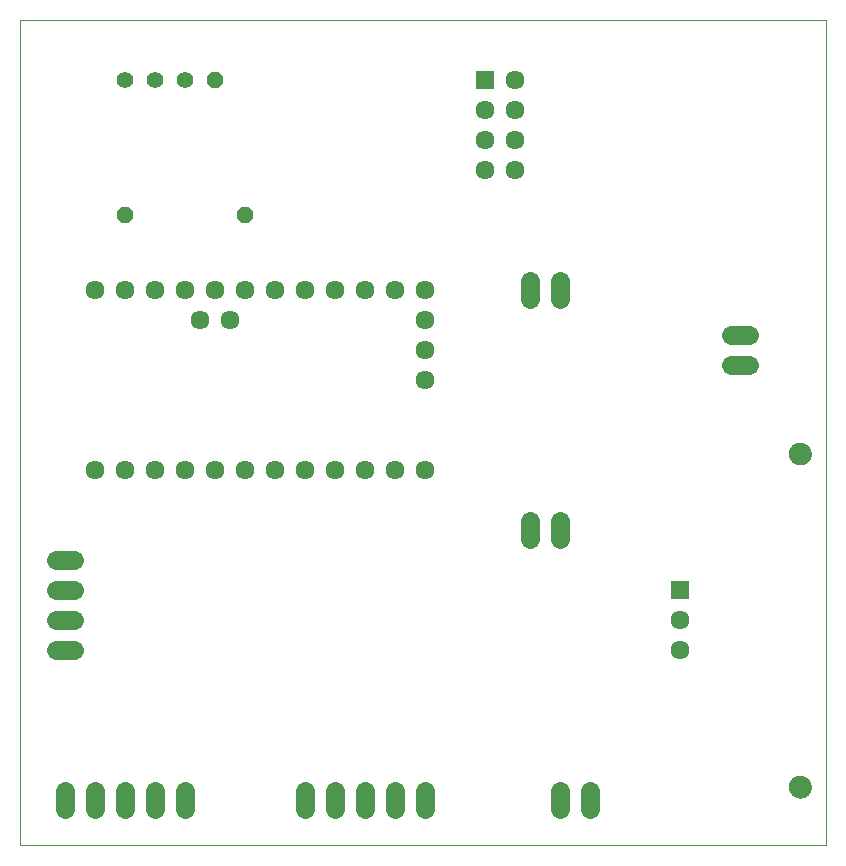
<source format=gts>
G75*
%MOIN*%
%OFA0B0*%
%FSLAX25Y25*%
%IPPOS*%
%LPD*%
%AMOC8*
5,1,8,0,0,1.08239X$1,22.5*
%
%ADD10C,0.00000*%
%ADD11C,0.06400*%
%ADD12R,0.06337X0.06337*%
%ADD13C,0.06337*%
%ADD14OC8,0.05600*%
%ADD15C,0.07487*%
%ADD16OC8,0.05550*%
%ADD17C,0.05550*%
D10*
X0014365Y0001000D02*
X0014365Y0275961D01*
X0283066Y0275961D01*
X0283066Y0001000D01*
X0014365Y0001000D01*
X0270822Y0020488D02*
X0270824Y0020606D01*
X0270830Y0020725D01*
X0270840Y0020843D01*
X0270854Y0020960D01*
X0270871Y0021077D01*
X0270893Y0021194D01*
X0270919Y0021309D01*
X0270948Y0021424D01*
X0270981Y0021538D01*
X0271018Y0021650D01*
X0271059Y0021761D01*
X0271103Y0021871D01*
X0271151Y0021979D01*
X0271203Y0022086D01*
X0271258Y0022191D01*
X0271317Y0022294D01*
X0271379Y0022394D01*
X0271444Y0022493D01*
X0271513Y0022590D01*
X0271584Y0022684D01*
X0271659Y0022775D01*
X0271737Y0022865D01*
X0271818Y0022951D01*
X0271902Y0023035D01*
X0271988Y0023116D01*
X0272078Y0023194D01*
X0272169Y0023269D01*
X0272263Y0023340D01*
X0272360Y0023409D01*
X0272459Y0023474D01*
X0272559Y0023536D01*
X0272662Y0023595D01*
X0272767Y0023650D01*
X0272874Y0023702D01*
X0272982Y0023750D01*
X0273092Y0023794D01*
X0273203Y0023835D01*
X0273315Y0023872D01*
X0273429Y0023905D01*
X0273544Y0023934D01*
X0273659Y0023960D01*
X0273776Y0023982D01*
X0273893Y0023999D01*
X0274010Y0024013D01*
X0274128Y0024023D01*
X0274247Y0024029D01*
X0274365Y0024031D01*
X0274483Y0024029D01*
X0274602Y0024023D01*
X0274720Y0024013D01*
X0274837Y0023999D01*
X0274954Y0023982D01*
X0275071Y0023960D01*
X0275186Y0023934D01*
X0275301Y0023905D01*
X0275415Y0023872D01*
X0275527Y0023835D01*
X0275638Y0023794D01*
X0275748Y0023750D01*
X0275856Y0023702D01*
X0275963Y0023650D01*
X0276068Y0023595D01*
X0276171Y0023536D01*
X0276271Y0023474D01*
X0276370Y0023409D01*
X0276467Y0023340D01*
X0276561Y0023269D01*
X0276652Y0023194D01*
X0276742Y0023116D01*
X0276828Y0023035D01*
X0276912Y0022951D01*
X0276993Y0022865D01*
X0277071Y0022775D01*
X0277146Y0022684D01*
X0277217Y0022590D01*
X0277286Y0022493D01*
X0277351Y0022394D01*
X0277413Y0022294D01*
X0277472Y0022191D01*
X0277527Y0022086D01*
X0277579Y0021979D01*
X0277627Y0021871D01*
X0277671Y0021761D01*
X0277712Y0021650D01*
X0277749Y0021538D01*
X0277782Y0021424D01*
X0277811Y0021309D01*
X0277837Y0021194D01*
X0277859Y0021077D01*
X0277876Y0020960D01*
X0277890Y0020843D01*
X0277900Y0020725D01*
X0277906Y0020606D01*
X0277908Y0020488D01*
X0277906Y0020370D01*
X0277900Y0020251D01*
X0277890Y0020133D01*
X0277876Y0020016D01*
X0277859Y0019899D01*
X0277837Y0019782D01*
X0277811Y0019667D01*
X0277782Y0019552D01*
X0277749Y0019438D01*
X0277712Y0019326D01*
X0277671Y0019215D01*
X0277627Y0019105D01*
X0277579Y0018997D01*
X0277527Y0018890D01*
X0277472Y0018785D01*
X0277413Y0018682D01*
X0277351Y0018582D01*
X0277286Y0018483D01*
X0277217Y0018386D01*
X0277146Y0018292D01*
X0277071Y0018201D01*
X0276993Y0018111D01*
X0276912Y0018025D01*
X0276828Y0017941D01*
X0276742Y0017860D01*
X0276652Y0017782D01*
X0276561Y0017707D01*
X0276467Y0017636D01*
X0276370Y0017567D01*
X0276271Y0017502D01*
X0276171Y0017440D01*
X0276068Y0017381D01*
X0275963Y0017326D01*
X0275856Y0017274D01*
X0275748Y0017226D01*
X0275638Y0017182D01*
X0275527Y0017141D01*
X0275415Y0017104D01*
X0275301Y0017071D01*
X0275186Y0017042D01*
X0275071Y0017016D01*
X0274954Y0016994D01*
X0274837Y0016977D01*
X0274720Y0016963D01*
X0274602Y0016953D01*
X0274483Y0016947D01*
X0274365Y0016945D01*
X0274247Y0016947D01*
X0274128Y0016953D01*
X0274010Y0016963D01*
X0273893Y0016977D01*
X0273776Y0016994D01*
X0273659Y0017016D01*
X0273544Y0017042D01*
X0273429Y0017071D01*
X0273315Y0017104D01*
X0273203Y0017141D01*
X0273092Y0017182D01*
X0272982Y0017226D01*
X0272874Y0017274D01*
X0272767Y0017326D01*
X0272662Y0017381D01*
X0272559Y0017440D01*
X0272459Y0017502D01*
X0272360Y0017567D01*
X0272263Y0017636D01*
X0272169Y0017707D01*
X0272078Y0017782D01*
X0271988Y0017860D01*
X0271902Y0017941D01*
X0271818Y0018025D01*
X0271737Y0018111D01*
X0271659Y0018201D01*
X0271584Y0018292D01*
X0271513Y0018386D01*
X0271444Y0018483D01*
X0271379Y0018582D01*
X0271317Y0018682D01*
X0271258Y0018785D01*
X0271203Y0018890D01*
X0271151Y0018997D01*
X0271103Y0019105D01*
X0271059Y0019215D01*
X0271018Y0019326D01*
X0270981Y0019438D01*
X0270948Y0019552D01*
X0270919Y0019667D01*
X0270893Y0019782D01*
X0270871Y0019899D01*
X0270854Y0020016D01*
X0270840Y0020133D01*
X0270830Y0020251D01*
X0270824Y0020370D01*
X0270822Y0020488D01*
X0270822Y0131512D02*
X0270824Y0131630D01*
X0270830Y0131749D01*
X0270840Y0131867D01*
X0270854Y0131984D01*
X0270871Y0132101D01*
X0270893Y0132218D01*
X0270919Y0132333D01*
X0270948Y0132448D01*
X0270981Y0132562D01*
X0271018Y0132674D01*
X0271059Y0132785D01*
X0271103Y0132895D01*
X0271151Y0133003D01*
X0271203Y0133110D01*
X0271258Y0133215D01*
X0271317Y0133318D01*
X0271379Y0133418D01*
X0271444Y0133517D01*
X0271513Y0133614D01*
X0271584Y0133708D01*
X0271659Y0133799D01*
X0271737Y0133889D01*
X0271818Y0133975D01*
X0271902Y0134059D01*
X0271988Y0134140D01*
X0272078Y0134218D01*
X0272169Y0134293D01*
X0272263Y0134364D01*
X0272360Y0134433D01*
X0272459Y0134498D01*
X0272559Y0134560D01*
X0272662Y0134619D01*
X0272767Y0134674D01*
X0272874Y0134726D01*
X0272982Y0134774D01*
X0273092Y0134818D01*
X0273203Y0134859D01*
X0273315Y0134896D01*
X0273429Y0134929D01*
X0273544Y0134958D01*
X0273659Y0134984D01*
X0273776Y0135006D01*
X0273893Y0135023D01*
X0274010Y0135037D01*
X0274128Y0135047D01*
X0274247Y0135053D01*
X0274365Y0135055D01*
X0274483Y0135053D01*
X0274602Y0135047D01*
X0274720Y0135037D01*
X0274837Y0135023D01*
X0274954Y0135006D01*
X0275071Y0134984D01*
X0275186Y0134958D01*
X0275301Y0134929D01*
X0275415Y0134896D01*
X0275527Y0134859D01*
X0275638Y0134818D01*
X0275748Y0134774D01*
X0275856Y0134726D01*
X0275963Y0134674D01*
X0276068Y0134619D01*
X0276171Y0134560D01*
X0276271Y0134498D01*
X0276370Y0134433D01*
X0276467Y0134364D01*
X0276561Y0134293D01*
X0276652Y0134218D01*
X0276742Y0134140D01*
X0276828Y0134059D01*
X0276912Y0133975D01*
X0276993Y0133889D01*
X0277071Y0133799D01*
X0277146Y0133708D01*
X0277217Y0133614D01*
X0277286Y0133517D01*
X0277351Y0133418D01*
X0277413Y0133318D01*
X0277472Y0133215D01*
X0277527Y0133110D01*
X0277579Y0133003D01*
X0277627Y0132895D01*
X0277671Y0132785D01*
X0277712Y0132674D01*
X0277749Y0132562D01*
X0277782Y0132448D01*
X0277811Y0132333D01*
X0277837Y0132218D01*
X0277859Y0132101D01*
X0277876Y0131984D01*
X0277890Y0131867D01*
X0277900Y0131749D01*
X0277906Y0131630D01*
X0277908Y0131512D01*
X0277906Y0131394D01*
X0277900Y0131275D01*
X0277890Y0131157D01*
X0277876Y0131040D01*
X0277859Y0130923D01*
X0277837Y0130806D01*
X0277811Y0130691D01*
X0277782Y0130576D01*
X0277749Y0130462D01*
X0277712Y0130350D01*
X0277671Y0130239D01*
X0277627Y0130129D01*
X0277579Y0130021D01*
X0277527Y0129914D01*
X0277472Y0129809D01*
X0277413Y0129706D01*
X0277351Y0129606D01*
X0277286Y0129507D01*
X0277217Y0129410D01*
X0277146Y0129316D01*
X0277071Y0129225D01*
X0276993Y0129135D01*
X0276912Y0129049D01*
X0276828Y0128965D01*
X0276742Y0128884D01*
X0276652Y0128806D01*
X0276561Y0128731D01*
X0276467Y0128660D01*
X0276370Y0128591D01*
X0276271Y0128526D01*
X0276171Y0128464D01*
X0276068Y0128405D01*
X0275963Y0128350D01*
X0275856Y0128298D01*
X0275748Y0128250D01*
X0275638Y0128206D01*
X0275527Y0128165D01*
X0275415Y0128128D01*
X0275301Y0128095D01*
X0275186Y0128066D01*
X0275071Y0128040D01*
X0274954Y0128018D01*
X0274837Y0128001D01*
X0274720Y0127987D01*
X0274602Y0127977D01*
X0274483Y0127971D01*
X0274365Y0127969D01*
X0274247Y0127971D01*
X0274128Y0127977D01*
X0274010Y0127987D01*
X0273893Y0128001D01*
X0273776Y0128018D01*
X0273659Y0128040D01*
X0273544Y0128066D01*
X0273429Y0128095D01*
X0273315Y0128128D01*
X0273203Y0128165D01*
X0273092Y0128206D01*
X0272982Y0128250D01*
X0272874Y0128298D01*
X0272767Y0128350D01*
X0272662Y0128405D01*
X0272559Y0128464D01*
X0272459Y0128526D01*
X0272360Y0128591D01*
X0272263Y0128660D01*
X0272169Y0128731D01*
X0272078Y0128806D01*
X0271988Y0128884D01*
X0271902Y0128965D01*
X0271818Y0129049D01*
X0271737Y0129135D01*
X0271659Y0129225D01*
X0271584Y0129316D01*
X0271513Y0129410D01*
X0271444Y0129507D01*
X0271379Y0129606D01*
X0271317Y0129706D01*
X0271258Y0129809D01*
X0271203Y0129914D01*
X0271151Y0130021D01*
X0271103Y0130129D01*
X0271059Y0130239D01*
X0271018Y0130350D01*
X0270981Y0130462D01*
X0270948Y0130576D01*
X0270919Y0130691D01*
X0270893Y0130806D01*
X0270871Y0130923D01*
X0270854Y0131040D01*
X0270840Y0131157D01*
X0270830Y0131275D01*
X0270824Y0131394D01*
X0270822Y0131512D01*
D11*
X0257365Y0161000D02*
X0251365Y0161000D01*
X0251365Y0171000D02*
X0257365Y0171000D01*
X0194365Y0183000D02*
X0194365Y0189000D01*
X0184365Y0189000D02*
X0184365Y0183000D01*
X0184365Y0109000D02*
X0184365Y0103000D01*
X0194365Y0103000D02*
X0194365Y0109000D01*
X0194365Y0019000D02*
X0194365Y0013000D01*
X0204365Y0013000D02*
X0204365Y0019000D01*
X0149365Y0019000D02*
X0149365Y0013000D01*
X0139365Y0013000D02*
X0139365Y0019000D01*
X0129365Y0019000D02*
X0129365Y0013000D01*
X0119365Y0013000D02*
X0119365Y0019000D01*
X0109365Y0019000D02*
X0109365Y0013000D01*
X0069365Y0013000D02*
X0069365Y0019000D01*
X0059365Y0019000D02*
X0059365Y0013000D01*
X0049365Y0013000D02*
X0049365Y0019000D01*
X0039365Y0019000D02*
X0039365Y0013000D01*
X0029365Y0013000D02*
X0029365Y0019000D01*
X0032365Y0066000D02*
X0026365Y0066000D01*
X0026365Y0076000D02*
X0032365Y0076000D01*
X0032365Y0086000D02*
X0026365Y0086000D01*
X0026365Y0096000D02*
X0032365Y0096000D01*
D12*
X0169365Y0256000D03*
X0234365Y0086000D03*
D13*
X0234365Y0076000D03*
X0234365Y0066000D03*
X0149365Y0126000D03*
X0139365Y0126000D03*
X0129365Y0126000D03*
X0119365Y0126000D03*
X0109365Y0126000D03*
X0099365Y0126000D03*
X0089365Y0126000D03*
X0079365Y0126000D03*
X0069365Y0126000D03*
X0059365Y0126000D03*
X0049365Y0126000D03*
X0039365Y0126000D03*
X0074365Y0176000D03*
X0084365Y0176000D03*
X0079365Y0186000D03*
X0069365Y0186000D03*
X0059365Y0186000D03*
X0049365Y0186000D03*
X0039365Y0186000D03*
X0089365Y0186000D03*
X0099365Y0186000D03*
X0109365Y0186000D03*
X0119365Y0186000D03*
X0129365Y0186000D03*
X0139365Y0186000D03*
X0149365Y0186000D03*
X0149365Y0176000D03*
X0149365Y0166000D03*
X0149365Y0156000D03*
X0169365Y0226000D03*
X0169365Y0236000D03*
X0179365Y0236000D03*
X0179365Y0226000D03*
X0179365Y0246000D03*
X0169365Y0246000D03*
X0179365Y0256000D03*
D14*
X0089365Y0211000D03*
X0049365Y0211000D03*
D15*
X0274365Y0131512D03*
X0274365Y0020488D03*
D16*
X0079365Y0256000D03*
D17*
X0069365Y0256000D03*
X0059365Y0256000D03*
X0049365Y0256000D03*
M02*

</source>
